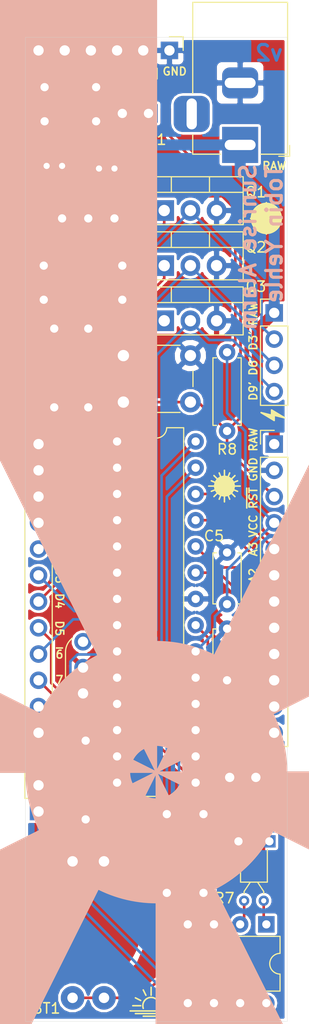
<source format=kicad_pcb>
(kicad_pcb (version 20171130) (host pcbnew 5.0.2-bee76a0~70~ubuntu16.04.1)
  (title_block (title "Sunrise Alarm") (date 2019-06-24) (rev v2) (comment 1 "Arduino Mini and Arduino Pro Mini design by Team Arduino and Spark Fun Electronics") (comment 2 "License: CC BY-NC-SA") (comment 3 "Source: github.com/tyehle/sunrise") (comment 4 "Author: Tobin Yehle"))
  (layers (0 F.Cu signal) (31 B.Cu signal) (34 B.Paste user) (35 F.Paste user) (36 B.SilkS user hide) (37 F.SilkS user) (38 B.Mask user) (39 F.Mask user) (44 Edge.Cuts user))
  (net 0 "")
  (net 1 GND)
  (net 2 "Net-(BT1-Pad1)")
  (net 3 RAW)
  (net 4 VCC)
  (net 5 "Net-(C4-Pad1)")
  (net 6 DTR)
  (net 7 RESET)
  (net 8 "Net-(D1-Pad1)")
  (net 9 "Net-(D2-Pad1)")
  (net 10 SCK)
  (net 11 TXO)
  (net 12 RXI)
  (net 13 D2)
  (net 14 LED_R)
  (net 15 D4)
  (net 16 D5)
  (net 17 LED_G)
  (net 18 D7)
  (net 19 D8)
  (net 20 LED_B)
  (net 21 D10)
  (net 22 MOSI)
  (net 23 MISO)
  (net 24 A0)
  (net 25 A1)
  (net 26 A2)
  (net 27 A3)
  (net 28 SDA)
  (net 29 SCL)
  (net 30 LED_CTL_R)
  (net 31 LED_CTL_G)
  (net 32 LED_CTL_B)
  (net 33 "Net-(U2-Pad1)")
  (net 34 "Net-(U2-Pad2)")
  (net 35 "Net-(U2-Pad7)")
  (net 36 "Net-(U3-Pad9)")
  (net 37 "Net-(U3-Pad10)")
  (module Sunrise:BatteryHolder_CR1220_THT (layer F.Cu) (at 131.826 135.89 270)
    (fp_text reference BT1 (at 7.62 4.064) (layer F.SilkS))
    (fp_text value "CR1220 3.3V")
    (pad 2 smd circle (at 0 0 270) (size 10.16 10.16) (layers F.Cu F.Mask) (net 1 GND))
    (pad 1 thru_hole circle (at 6.604 1.524 270) (size 2.286 2.286) (drill 1.016) (layers *.Cu *.Mask) (net 2 "Net-(BT1-Pad1)"))
    (pad 1 thru_hole circle (at 6.604 -1.524 270) (size 2.286 2.286) (drill 1.016) (layers *.Cu *.Mask) (net 2 "Net-(BT1-Pad1)"))
    (pad 1 thru_hole circle (at -6.604 1.524 270) (size 2.286 2.286) (drill 1.016) (layers *.Cu *.Mask) (net 2 "Net-(BT1-Pad1)"))
    (pad 1 thru_hole circle (at -6.604 -1.524 270) (size 2.286 2.286) (drill 1.016) (layers *.Cu *.Mask) (net 2 "Net-(BT1-Pad1)"))
  )
  (module Crystal:Resonator-3Pin_W6.0mm_H3.0mm (layer F.Cu) (at 131.318 113.03 90)
    (fp_text reference Y2 (at 6.096 1.524 180) (layer F.SilkS))
    (fp_text value 16MHz)
    (pad 1 thru_hole circle (at 0 0 90) (size 1.7 1.7) (drill 1) (layers *.Cu *.Mask) (net 37 "Net-(U3-Pad10)"))
    (pad 2 thru_hole circle (at 2.5 0 90) (size 1.7 1.7) (drill 1) (layers *.Cu *.Mask) (net 1 GND))
    (pad 3 thru_hole circle (at 5 0 90) (size 1.7 1.7) (drill 1) (layers *.Cu *.Mask) (net 36 "Net-(U3-Pad9)"))
  )
  (module Crystal:Crystal_C26-LF_D2.1mm_L6.5mm_Horizontal_1EP_style2 (layer F.Cu) (at 148.844 133.096 180)
    (fp_text reference Y1 (at 3.302 3.556) (layer F.SilkS))
    (fp_text value 32.768Hz)
    (pad 1 thru_hole circle (at 0 0 180) (size 1 1) (drill 0.5) (layers *.Cu *.Mask) (net 33 "Net-(U2-Pad1)"))
    (pad 2 thru_hole circle (at 1.9 0 180) (size 1 1) (drill 0.5) (layers *.Cu *.Mask) (net 34 "Net-(U2-Pad2)"))
    (pad 3 smd rect (at 0.95 5.75 180) (size 2.2 6.5) (layers F.Cu F.Paste F.Mask))
    (pad 3 thru_hole rect (at -0.55 5.75 180) (size 1.2 1.2) (drill 0.8) (layers *.Cu *.Mask))
    (pad 3 thru_hole rect (at 2.45 5.75 180) (size 1.2 1.2) (drill 0.8) (layers *.Cu *.Mask))
  )
  (module Package_DIP:DIP-28_W7.62mm (layer F.Cu) (at 134.62 88.646)
    (fp_text reference U3 (at 0.254 -1.778) (layer F.SilkS))
    (fp_text value ATmega328P-PU)
    (pad 1 thru_hole rect (at 0 0) (size 1.6 1.6) (drill 0.8) (layers *.Cu *.Mask) (net 7 RESET))
    (pad 15 thru_hole oval (at 7.62 33.02) (size 1.6 1.6) (drill 0.8) (layers *.Cu *.Mask) (net 32 LED_CTL_B))
    (pad 2 thru_hole oval (at 0 2.54) (size 1.6 1.6) (drill 0.8) (layers *.Cu *.Mask) (net 12 RXI))
    (pad 16 thru_hole oval (at 7.62 30.48) (size 1.6 1.6) (drill 0.8) (layers *.Cu *.Mask) (net 21 D10))
    (pad 3 thru_hole oval (at 0 5.08) (size 1.6 1.6) (drill 0.8) (layers *.Cu *.Mask) (net 11 TXO))
    (pad 17 thru_hole oval (at 7.62 27.94) (size 1.6 1.6) (drill 0.8) (layers *.Cu *.Mask) (net 22 MOSI))
    (pad 4 thru_hole oval (at 0 7.62) (size 1.6 1.6) (drill 0.8) (layers *.Cu *.Mask) (net 13 D2))
    (pad 18 thru_hole oval (at 7.62 25.4) (size 1.6 1.6) (drill 0.8) (layers *.Cu *.Mask) (net 23 MISO))
    (pad 5 thru_hole oval (at 0 10.16) (size 1.6 1.6) (drill 0.8) (layers *.Cu *.Mask) (net 30 LED_CTL_R))
    (pad 19 thru_hole oval (at 7.62 22.86) (size 1.6 1.6) (drill 0.8) (layers *.Cu *.Mask) (net 10 SCK))
    (pad 6 thru_hole oval (at 0 12.7) (size 1.6 1.6) (drill 0.8) (layers *.Cu *.Mask) (net 15 D4))
    (pad 20 thru_hole oval (at 7.62 20.32) (size 1.6 1.6) (drill 0.8) (layers *.Cu *.Mask) (net 4 VCC))
    (pad 7 thru_hole oval (at 0 15.24) (size 1.6 1.6) (drill 0.8) (layers *.Cu *.Mask) (net 4 VCC))
    (pad 21 thru_hole oval (at 7.62 17.78) (size 1.6 1.6) (drill 0.8) (layers *.Cu *.Mask) (net 5 "Net-(C4-Pad1)"))
    (pad 8 thru_hole oval (at 0 17.78) (size 1.6 1.6) (drill 0.8) (layers *.Cu *.Mask) (net 1 GND))
    (pad 22 thru_hole oval (at 7.62 15.24) (size 1.6 1.6) (drill 0.8) (layers *.Cu *.Mask) (net 1 GND))
    (pad 9 thru_hole oval (at 0 20.32) (size 1.6 1.6) (drill 0.8) (layers *.Cu *.Mask) (net 36 "Net-(U3-Pad9)"))
    (pad 23 thru_hole oval (at 7.62 12.7) (size 1.6 1.6) (drill 0.8) (layers *.Cu *.Mask) (net 24 A0))
    (pad 10 thru_hole oval (at 0 22.86) (size 1.6 1.6) (drill 0.8) (layers *.Cu *.Mask) (net 37 "Net-(U3-Pad10)"))
    (pad 24 thru_hole oval (at 7.62 10.16) (size 1.6 1.6) (drill 0.8) (layers *.Cu *.Mask) (net 25 A1))
    (pad 11 thru_hole oval (at 0 25.4) (size 1.6 1.6) (drill 0.8) (layers *.Cu *.Mask) (net 16 D5))
    (pad 25 thru_hole oval (at 7.62 7.62) (size 1.6 1.6) (drill 0.8) (layers *.Cu *.Mask) (net 26 A2))
    (pad 12 thru_hole oval (at 0 27.94) (size 1.6 1.6) (drill 0.8) (layers *.Cu *.Mask) (net 31 LED_CTL_G))
    (pad 26 thru_hole oval (at 7.62 5.08) (size 1.6 1.6) (drill 0.8) (layers *.Cu *.Mask) (net 27 A3))
    (pad 13 thru_hole oval (at 0 30.48) (size 1.6 1.6) (drill 0.8) (layers *.Cu *.Mask) (net 18 D7))
    (pad 27 thru_hole oval (at 7.62 2.54) (size 1.6 1.6) (drill 0.8) (layers *.Cu *.Mask) (net 28 SDA))
    (pad 14 thru_hole oval (at 0 33.02) (size 1.6 1.6) (drill 0.8) (layers *.Cu *.Mask) (net 19 D8))
    (pad 28 thru_hole oval (at 7.62 0) (size 1.6 1.6) (drill 0.8) (layers *.Cu *.Mask) (net 29 SCL))
  )
  (module Package_DIP:DIP-8_W7.62mm (layer F.Cu) (at 149.098 135.382 270)
    (fp_text reference U2 (at 3.81 9.906 270) (layer F.SilkS))
    (fp_text value DS1307+)
    (pad 1 thru_hole rect (at 0 0 270) (size 1.6 1.6) (drill 0.8) (layers *.Cu *.Mask) (net 33 "Net-(U2-Pad1)"))
    (pad 5 thru_hole oval (at 7.62 7.62 270) (size 1.6 1.6) (drill 0.8) (layers *.Cu *.Mask) (net 28 SDA))
    (pad 2 thru_hole oval (at 0 2.54 270) (size 1.6 1.6) (drill 0.8) (layers *.Cu *.Mask) (net 34 "Net-(U2-Pad2)"))
    (pad 6 thru_hole oval (at 7.62 5.08 270) (size 1.6 1.6) (drill 0.8) (layers *.Cu *.Mask) (net 29 SCL))
    (pad 3 thru_hole oval (at 0 5.08 270) (size 1.6 1.6) (drill 0.8) (layers *.Cu *.Mask) (net 2 "Net-(BT1-Pad1)"))
    (pad 7 thru_hole oval (at 7.62 2.54 270) (size 1.6 1.6) (drill 0.8) (layers *.Cu *.Mask) (net 35 "Net-(U2-Pad7)"))
    (pad 4 thru_hole oval (at 0 7.62 270) (size 1.6 1.6) (drill 0.8) (layers *.Cu *.Mask) (net 1 GND))
    (pad 8 thru_hole oval (at 7.62 0 270) (size 1.6 1.6) (drill 0.8) (layers *.Cu *.Mask) (net 4 VCC))
  )
  (module Package_TO_SOT_THT:TO-92_Inline_Wide (layer F.Cu) (at 129.286 67.056)
    (fp_text reference U1 (at 6.096 1.778) (layer F.SilkS))
    (fp_text value L4931)
    (pad 2 thru_hole circle (at 2.54 0 90) (size 1.5 1.5) (drill 0.8) (layers *.Cu *.Mask) (net 1 GND))
    (pad 3 thru_hole circle (at 5.08 0 90) (size 1.5 1.5) (drill 0.8) (layers *.Cu *.Mask) (net 3 RAW))
    (pad 1 thru_hole rect (at 0 0 90) (size 1.5 1.5) (drill 0.8) (layers *.Cu *.Mask) (net 4 VCC))
  )
  (module Resistor_THT:R_Axial_DIN0207_L6.3mm_D2.5mm_P7.62mm_Horizontal (layer F.Cu) (at 145.288 80.01 270)
    (fp_text reference R8 (at 9.398 0) (layer F.SilkS))
    (fp_text value 10k)
    (pad 1 thru_hole circle (at 0 0 270) (size 1.6 1.6) (drill 0.8) (layers *.Cu *.Mask) (net 4 VCC))
    (pad 2 thru_hole oval (at 7.62 0 270) (size 1.6 1.6) (drill 0.8) (layers *.Cu *.Mask) (net 7 RESET))
  )
  (module Resistor_THT:R_Axial_DIN0207_L6.3mm_D2.5mm_P7.62mm_Horizontal (layer F.Cu) (at 143.002 132.334 90)
    (fp_text reference R7 (at -0.508 2.032 180) (layer F.SilkS))
    (fp_text value 330)
    (pad 2 thru_hole oval (at 7.62 0 90) (size 1.6 1.6) (drill 0.8) (layers *.Cu *.Mask) (net 9 "Net-(D2-Pad1)"))
    (pad 1 thru_hole circle (at 0 0 90) (size 1.6 1.6) (drill 0.8) (layers *.Cu *.Mask) (net 1 GND))
  )
  (module Resistor_THT:R_Axial_DIN0207_L6.3mm_D2.5mm_P7.62mm_Horizontal (layer F.Cu) (at 131.572 125.222 90)
    (fp_text reference R6 (at 1.016 2.54 180) (layer F.SilkS))
    (fp_text value 10k)
    (pad 1 thru_hole circle (at 0 0 90) (size 1.6 1.6) (drill 0.8) (layers *.Cu *.Mask) (net 4 VCC))
    (pad 2 thru_hole oval (at 7.62 0 90) (size 1.6 1.6) (drill 0.8) (layers *.Cu *.Mask) (net 29 SCL))
  )
  (module Resistor_THT:R_Axial_DIN0207_L6.3mm_D2.5mm_P7.62mm_Horizontal (layer F.Cu) (at 139.446 132.334 90)
    (fp_text reference R5 (at 6.604 -2.54 180) (layer F.SilkS))
    (fp_text value 10k)
    (pad 2 thru_hole oval (at 7.62 0 90) (size 1.6 1.6) (drill 0.8) (layers *.Cu *.Mask) (net 28 SDA))
    (pad 1 thru_hole circle (at 0 0 90) (size 1.6 1.6) (drill 0.8) (layers *.Cu *.Mask) (net 4 VCC))
  )
  (module Resistor_THT:R_Axial_DIN0207_L6.3mm_D2.5mm_P7.62mm_Horizontal (layer F.Cu) (at 127.508 71.628)
    (fp_text reference R4 (at 0.254 -2.286) (layer F.SilkS))
    (fp_text value 10k)
    (pad 2 thru_hole oval (at 7.62 0) (size 1.6 1.6) (drill 0.8) (layers *.Cu *.Mask) (net 1 GND))
    (pad 1 thru_hole circle (at 0 0) (size 1.6 1.6) (drill 0.8) (layers *.Cu *.Mask) (net 8 "Net-(D1-Pad1)"))
  )
  (module Resistor_THT:R_Axial_DIN0207_L6.3mm_D2.5mm_P7.62mm_Horizontal (layer F.Cu) (at 131.826 77.724 270)
    (fp_text reference R3 (at 9.398 -0.762) (layer F.SilkS))
    (fp_text value 10k)
    (pad 2 thru_hole oval (at 7.62 0 270) (size 1.6 1.6) (drill 0.8) (layers *.Cu *.Mask) (net 1 GND))
    (pad 1 thru_hole circle (at 0 0 270) (size 1.6 1.6) (drill 0.8) (layers *.Cu *.Mask) (net 32 LED_CTL_B))
  )
  (module Resistor_THT:R_Axial_DIN0207_L6.3mm_D2.5mm_P7.62mm_Horizontal (layer F.Cu) (at 128.524 77.724 270)
    (fp_text reference R2 (at 9.144 -1.524) (layer F.SilkS))
    (fp_text value 10k)
    (pad 2 thru_hole oval (at 7.62 0 270) (size 1.6 1.6) (drill 0.8) (layers *.Cu *.Mask) (net 1 GND))
    (pad 1 thru_hole circle (at 0 0 270) (size 1.6 1.6) (drill 0.8) (layers *.Cu *.Mask) (net 31 LED_CTL_G))
  )
  (module Resistor_THT:R_Axial_DIN0207_L6.3mm_D2.5mm_P7.62mm_Horizontal (layer F.Cu) (at 135.128 74.93 180)
    (fp_text reference R1 (at -0.508 -1.778 180) (layer F.SilkS))
    (fp_text value 10k)
    (pad 1 thru_hole circle (at 0 0 180) (size 1.6 1.6) (drill 0.8) (layers *.Cu *.Mask) (net 30 LED_CTL_R))
    (pad 2 thru_hole oval (at 7.62 0 180) (size 1.6 1.6) (drill 0.8) (layers *.Cu *.Mask) (net 1 GND))
  )
  (module Package_TO_SOT_THT:TO-220-3_Vertical (layer F.Cu) (at 139.192 76.962)
    (fp_text reference Q3 (at 8.89 -3.302) (layer F.SilkS))
    (fp_text value STP16NF06)
    (pad 1 thru_hole rect (at 0 0) (size 1.905 2) (drill 1.1) (layers *.Cu *.Mask) (net 32 LED_CTL_B))
    (pad 2 thru_hole oval (at 2.54 0) (size 1.905 2) (drill 1.1) (layers *.Cu *.Mask) (net 20 LED_B))
    (pad 3 thru_hole oval (at 5.08 0) (size 1.905 2) (drill 1.1) (layers *.Cu *.Mask) (net 1 GND))
  )
  (module Package_TO_SOT_THT:TO-220-3_Vertical (layer F.Cu) (at 139.192 71.628)
    (fp_text reference Q2 (at 8.89 -1.778) (layer F.SilkS))
    (fp_text value STP16NF06)
    (pad 3 thru_hole oval (at 5.08 0) (size 1.905 2) (drill 1.1) (layers *.Cu *.Mask) (net 1 GND))
    (pad 2 thru_hole oval (at 2.54 0) (size 1.905 2) (drill 1.1) (layers *.Cu *.Mask) (net 17 LED_G))
    (pad 1 thru_hole rect (at 0 0) (size 1.905 2) (drill 1.1) (layers *.Cu *.Mask) (net 31 LED_CTL_G))
  )
  (module Package_TO_SOT_THT:TO-220-3_Vertical (layer F.Cu) (at 139.192 66.294)
    (fp_text reference Q1 (at 8.89 -1.778) (layer F.SilkS))
    (fp_text value STP16NF06)
    (pad 1 thru_hole rect (at 0 0) (size 1.905 2) (drill 1.1) (layers *.Cu *.Mask) (net 30 LED_CTL_R))
    (pad 2 thru_hole oval (at 2.54 0) (size 1.905 2) (drill 1.1) (layers *.Cu *.Mask) (net 14 LED_R))
    (pad 3 thru_hole oval (at 5.08 0) (size 1.905 2) (drill 1.1) (layers *.Cu *.Mask) (net 1 GND))
  )
  (module Connector_PinHeader_2.54mm:PinHeader_1x02_P2.54mm_Vertical (layer F.Cu) (at 127 124.46 180)
    (fp_text reference J6 hide)
    (fp_text value Header)
    (pad 1 thru_hole rect (at 0 0 180) (size 1.7 1.7) (drill 1) (layers *.Cu *.Mask) (net 28 SDA))
    (pad 2 thru_hole oval (at 0 2.54 180) (size 1.7 1.7) (drill 1) (layers *.Cu *.Mask) (net 29 SCL))
  )
  (module Connector_PinHeader_2.54mm:PinHeader_1x04_P2.54mm_Vertical (layer F.Cu) (at 149.86 76.2)
    (fp_text reference J5 hide)
    (fp_text value Header)
    (pad 1 thru_hole rect (at 0 0) (size 1.7 1.7) (drill 1) (layers *.Cu *.Mask) (net 3 RAW))
    (pad 2 thru_hole oval (at 0 2.54) (size 1.7 1.7) (drill 1) (layers *.Cu *.Mask) (net 14 LED_R))
    (pad 3 thru_hole oval (at 0 5.08) (size 1.7 1.7) (drill 1) (layers *.Cu *.Mask) (net 17 LED_G))
    (pad 4 thru_hole oval (at 0 7.62) (size 1.7 1.7) (drill 1) (layers *.Cu *.Mask) (net 20 LED_B))
  )
  (module Connector_PinHeader_2.54mm:PinHeader_1x12_P2.54mm_Vertical (layer F.Cu) (at 149.86 88.9)
    (fp_text reference J4 hide)
    (fp_text value Header)
    (pad 12 thru_hole oval (at 0 27.94) (size 1.7 1.7) (drill 1) (layers *.Cu *.Mask) (net 21 D10))
    (pad 11 thru_hole oval (at 0 25.4) (size 1.7 1.7) (drill 1) (layers *.Cu *.Mask) (net 22 MOSI))
    (pad 10 thru_hole oval (at 0 22.86) (size 1.7 1.7) (drill 1) (layers *.Cu *.Mask) (net 23 MISO))
    (pad 9 thru_hole oval (at 0 20.32) (size 1.7 1.7) (drill 1) (layers *.Cu *.Mask) (net 10 SCK))
    (pad 8 thru_hole oval (at 0 17.78) (size 1.7 1.7) (drill 1) (layers *.Cu *.Mask) (net 24 A0))
    (pad 7 thru_hole oval (at 0 15.24) (size 1.7 1.7) (drill 1) (layers *.Cu *.Mask) (net 25 A1))
    (pad 6 thru_hole oval (at 0 12.7) (size 1.7 1.7) (drill 1) (layers *.Cu *.Mask) (net 26 A2))
    (pad 5 thru_hole oval (at 0 10.16) (size 1.7 1.7) (drill 1) (layers *.Cu *.Mask) (net 27 A3))
    (pad 4 thru_hole oval (at 0 7.62) (size 1.7 1.7) (drill 1) (layers *.Cu *.Mask) (net 4 VCC))
    (pad 3 thru_hole oval (at 0 5.08) (size 1.7 1.7) (drill 1) (layers *.Cu *.Mask) (net 7 RESET))
    (pad 2 thru_hole oval (at 0 2.54) (size 1.7 1.7) (drill 1) (layers *.Cu *.Mask) (net 1 GND))
    (pad 1 thru_hole rect (at 0 0) (size 1.7 1.7) (drill 1) (layers *.Cu *.Mask) (net 3 RAW))
  )
  (module Connector_PinHeader_2.54mm:PinHeader_1x06_P2.54mm_Vertical (layer F.Cu) (at 139.7 50.8 270)
    (fp_text reference J3 hide)
    (fp_text value "FTDI Basic")
    (pad 1 thru_hole rect (at 0 0 270) (size 1.7 1.7) (drill 1) (layers *.Cu *.Mask) (net 1 GND))
    (pad 2 thru_hole oval (at 0 2.54 270) (size 1.7 1.7) (drill 1) (layers *.Cu *.Mask) (net 1 GND))
    (pad 3 thru_hole oval (at 0 5.08 270) (size 1.7 1.7) (drill 1) (layers *.Cu *.Mask) (net 4 VCC))
    (pad 4 thru_hole oval (at 0 7.62 270) (size 1.7 1.7) (drill 1) (layers *.Cu *.Mask) (net 12 RXI))
    (pad 5 thru_hole oval (at 0 10.16 270) (size 1.7 1.7) (drill 1) (layers *.Cu *.Mask) (net 11 TXO))
    (pad 6 thru_hole oval (at 0 12.7 270) (size 1.7 1.7) (drill 1) (layers *.Cu *.Mask) (net 6 DTR))
  )
  (module Connector_PinHeader_2.54mm:PinHeader_1x12_P2.54mm_Vertical (layer F.Cu) (at 127 88.9)
    (fp_text reference J2 hide)
    (fp_text value Header)
    (pad 1 thru_hole rect (at 0 0) (size 1.7 1.7) (drill 1) (layers *.Cu *.Mask) (net 11 TXO))
    (pad 2 thru_hole oval (at 0 2.54) (size 1.7 1.7) (drill 1) (layers *.Cu *.Mask) (net 12 RXI))
    (pad 3 thru_hole oval (at 0 5.08) (size 1.7 1.7) (drill 1) (layers *.Cu *.Mask) (net 7 RESET))
    (pad 4 thru_hole oval (at 0 7.62) (size 1.7 1.7) (drill 1) (layers *.Cu *.Mask) (net 1 GND))
    (pad 5 thru_hole oval (at 0 10.16) (size 1.7 1.7) (drill 1) (layers *.Cu *.Mask) (net 13 D2))
    (pad 6 thru_hole oval (at 0 12.7) (size 1.7 1.7) (drill 1) (layers *.Cu *.Mask) (net 14 LED_R))
    (pad 7 thru_hole oval (at 0 15.24) (size 1.7 1.7) (drill 1) (layers *.Cu *.Mask) (net 15 D4))
    (pad 8 thru_hole oval (at 0 17.78) (size 1.7 1.7) (drill 1) (layers *.Cu *.Mask) (net 16 D5))
    (pad 9 thru_hole oval (at 0 20.32) (size 1.7 1.7) (drill 1) (layers *.Cu *.Mask) (net 17 LED_G))
    (pad 10 thru_hole oval (at 0 22.86) (size 1.7 1.7) (drill 1) (layers *.Cu *.Mask) (net 18 D7))
    (pad 11 thru_hole oval (at 0 25.4) (size 1.7 1.7) (drill 1) (layers *.Cu *.Mask) (net 19 D8))
    (pad 12 thru_hole oval (at 0 27.94) (size 1.7 1.7) (drill 1) (layers *.Cu *.Mask) (net 20 LED_B))
  )
  (module Connector_BarrelJack:BarrelJack_Horizontal (layer F.Cu) (at 146.558 59.944 270)
    (fp_text reference J1 hide)
    (fp_text value "2.1mm Jack")
    (pad 1 thru_hole rect (at 0 0 270) (size 3.5 3.5) (drill oval 1 3) (layers *.Cu *.Mask) (net 3 RAW))
    (pad 2 thru_hole roundrect (at -6 0 270) (size 3 3.5) (drill oval 1 3) (layers *.Cu *.Mask) (net 1 GND))
    (pad 3 thru_hole roundrect (at -3 4.7 270) (size 3.5 3.5) (drill oval 3 1) (layers *.Cu *.Mask))
  )
  (module LED_THT:LED_D3.0mm (layer F.Cu) (at 148.082 121.158 180)
    (fp_text reference D2 (at 3.048 2.54 180) (layer F.SilkS))
    (fp_text value LED)
    (pad 1 thru_hole rect (at 0 0 180) (size 1.8 1.8) (drill 0.9) (layers *.Cu *.Mask) (net 9 "Net-(D2-Pad1)"))
    (pad 2 thru_hole circle (at 2.54 0 180) (size 1.8 1.8) (drill 0.9) (layers *.Cu *.Mask) (net 10 SCK))
  )
  (module LED_THT:LED_D3.0mm (layer F.Cu) (at 137.668 56.896 180)
    (fp_text reference D1 (at -0.762 -2.54 180) (layer F.SilkS))
    (fp_text value LED)
    (pad 2 thru_hole circle (at 2.54 0 180) (size 1.8 1.8) (drill 0.9) (layers *.Cu *.Mask) (net 4 VCC))
    (pad 1 thru_hole rect (at 0 0 180) (size 1.8 1.8) (drill 0.9) (layers *.Cu *.Mask) (net 8 "Net-(D1-Pad1)"))
  )
  (module Capacitor_THT:C_Disc_D4.7mm_W2.5mm_P5.00mm (layer F.Cu) (at 132.588 54.356 180)
    (fp_text reference C6 (at -2.032 0 180) (layer F.SilkS))
    (fp_text value 0.1uF)
    (pad 2 thru_hole circle (at 5 0 180) (size 1.6 1.6) (drill 0.8) (layers *.Cu *.Mask) (net 6 DTR))
    (pad 1 thru_hole circle (at 0 0 180) (size 1.6 1.6) (drill 0.8) (layers *.Cu *.Mask) (net 7 RESET))
  )
  (module Capacitor_THT:C_Disc_D4.7mm_W2.5mm_P5.00mm (layer F.Cu) (at 145.288 104.394 90)
    (fp_text reference C5 (at 6.604 -1.27 180) (layer F.SilkS))
    (fp_text value 0.1uF)
    (pad 1 thru_hole circle (at 0 0 90) (size 1.6 1.6) (drill 0.8) (layers *.Cu *.Mask) (net 4 VCC))
    (pad 2 thru_hole circle (at 5 0 90) (size 1.6 1.6) (drill 0.8) (layers *.Cu *.Mask) (net 1 GND))
  )
  (module Capacitor_THT:C_Disc_D4.7mm_W2.5mm_P5.00mm (layer F.Cu) (at 145.288 111.76 90)
    (fp_text reference C4 (at -1.524 -1.27 180) (layer F.SilkS))
    (fp_text value 0.1uF)
    (pad 1 thru_hole circle (at 0 0 90) (size 1.6 1.6) (drill 0.8) (layers *.Cu *.Mask) (net 5 "Net-(C4-Pad1)"))
    (pad 2 thru_hole circle (at 5 0 90) (size 1.6 1.6) (drill 0.8) (layers *.Cu *.Mask) (net 1 GND))
  )
  (module Capacitor_THT:C_Disc_D4.7mm_W2.5mm_P5.00mm (layer F.Cu) (at 132.588 57.658 180)
    (fp_text reference C3 (at -1.27 -1.524 180) (layer F.SilkS))
    (fp_text value 0.1uF)
    (pad 2 thru_hole circle (at 5 0 180) (size 1.6 1.6) (drill 0.8) (layers *.Cu *.Mask) (net 1 GND))
    (pad 1 thru_hole circle (at 0 0 180) (size 1.6 1.6) (drill 0.8) (layers *.Cu *.Mask) (net 4 VCC))
  )
  (module Capacitor_THT:CP_Radial_D4.0mm_P1.50mm (layer F.Cu) (at 129.286 61.976 180)
    (fp_text reference C2 (at 2.286 -2.794 180) (layer F.SilkS))
    (fp_text value 10uF)
    (pad 2 thru_hole circle (at 1.5 0 180) (size 1.2 1.2) (drill 0.6) (layers *.Cu *.Mask) (net 1 GND))
    (pad 1 thru_hole rect (at 0 0 180) (size 1.2 1.2) (drill 0.6) (layers *.Cu *.Mask) (net 4 VCC))
  )
  (module Capacitor_THT:CP_Radial_D4.0mm_P1.50mm (layer F.Cu) (at 134.366 62.23 180)
    (fp_text reference C1 (at -2.286 1.016 180) (layer F.SilkS))
    (fp_text value 10uF)
    (pad 1 thru_hole rect (at 0 0 180) (size 1.2 1.2) (drill 0.6) (layers *.Cu *.Mask) (net 3 RAW))
    (pad 2 thru_hole circle (at 1.5 0 180) (size 1.2 1.2) (drill 0.6) (layers *.Cu *.Mask) (net 1 GND))
  )
  (module Button_Switch_THT:SW_PUSH_6mm (layer F.Cu) (at 135.232 80.336)
    (fp_text reference SW1 (at -0.104 -1.85) (layer F.SilkS))
    (fp_text value Reset)
    (pad 2 thru_hole circle (at 0 4.5 90) (size 2 2) (drill 1.1) (layers *.Cu *.Mask) (net 7 RESET))
    (pad 1 thru_hole circle (at 0 0 90) (size 2 2) (drill 1.1) (layers *.Cu *.Mask) (net 1 GND))
    (pad 2 thru_hole circle (at 6.5 4.5 90) (size 2 2) (drill 1.1) (layers *.Cu *.Mask) (net 7 RESET))
    (pad 1 thru_hole circle (at 6.5 0 90) (size 2 2) (drill 1.1) (layers *.Cu *.Mask) (net 1 GND))
  )
  (gr_line (start 136.906 143.256) (end 136.144 143.256) (layer F.SilkS) (width 0.1524))
  (gr_line (start 138.938 143.256) (end 139.7 143.256) (layer F.SilkS) (width 0.1524))
  (gr_arc (start 137.922 143.256) (end 138.683999 143.509999) (angle -216.8698976) (layer F.SilkS) (width 0.1524))
  (gr_line (start 136.398 144.018) (end 139.446 144.018) (layer F.SilkS) (width 0.1524))
  (gr_line (start 139.954 143.764) (end 135.89 143.764) (layer F.SilkS) (width 0.1524))
  (gr_line (start 137.922 142.24) (end 137.922 141.478) (layer F.SilkS) (width 0.1524))
  (gr_line (start 138.938 142.748) (end 139.446 142.494) (layer F.SilkS) (width 0.1524))
  (gr_line (start 138.43 142.24) (end 138.684 141.732) (layer F.SilkS) (width 0.1524))
  (gr_line (start 136.906 142.748) (end 136.398 142.494) (layer F.SilkS) (width 0.1524))
  (gr_line (start 137.414 142.24) (end 137.16 141.732) (layer F.SilkS) (width 0.1524))
  (gr_line (start 137.16 144.272) (end 138.684 144.272) (layer F.SilkS) (width 0.1524))
  (gr_poly (pts (xy 150.114 68.072) (xy 148.844 67.31) (xy 149.352 66.802)) (layer F.SilkS) (width 0.15))
  (gr_poly (pts (xy 148.082 68.072) (xy 148.844 66.802) (xy 149.352 67.31)) (layer F.SilkS) (width 0.15))
  (gr_poly (pts (xy 148.082 66.04) (xy 149.352 66.802) (xy 148.844 67.31)) (layer F.SilkS) (width 0.15))
  (gr_poly (pts (xy 150.114 66.04) (xy 149.352 67.31) (xy 148.844 66.802)) (layer F.SilkS) (width 0.15))
  (gr_poly (pts (xy 150.622 67.056) (xy 149.098 67.31) (xy 149.098 66.802)) (layer F.SilkS) (width 0.15))
  (gr_poly (pts (xy 149.098 68.58) (xy 148.844 67.056) (xy 149.352 67.056)) (layer F.SilkS) (width 0.15))
  (gr_poly (pts (xy 147.574 67.056) (xy 149.098 66.802) (xy 149.098 67.31)) (layer F.SilkS) (width 0.15))
  (gr_poly (pts (xy 149.098 65.532) (xy 149.352 67.056) (xy 148.844 67.056)) (layer F.SilkS) (width 0.15))
  (gr_poly (pts (xy 149.098 65.532) (xy 149.352 67.056) (xy 148.844 67.056)) (layer F.SilkS) (width 0.15))
  (gr_circle (center 149.098 67.056) (end 149.352 67.056) (layer F.SilkS) (width 1.27))
  (gr_line (start 146.304 93.472) (end 143.764 92.456) (layer F.SilkS) (width 0.1524))
  (gr_line (start 143.764 93.472) (end 146.304 92.456) (layer F.SilkS) (width 0.1524))
  (gr_line (start 145.542 91.694) (end 144.526 94.234) (layer F.SilkS) (width 0.1524))
  (gr_line (start 145.542 94.234) (end 144.526 91.694) (layer F.SilkS) (width 0.1524))
  (gr_line (start 144.018 91.948) (end 146.05 93.98) (layer F.SilkS) (width 0.1524))
  (gr_line (start 144.018 93.98) (end 146.05 91.948) (layer F.SilkS) (width 0.1524))
  (gr_line (start 145.034 91.44) (end 145.034 94.488) (layer F.SilkS) (width 0.1524))
  (gr_line (start 146.558 92.964) (end 143.51 92.964) (layer F.SilkS) (width 0.1524))
  (gr_circle (center 145.034 92.964) (end 145.288 92.964) (layer F.SilkS) (width 0.762))
  (gr_line (start 131.572 98.298) (end 131.572 98.806) (layer F.SilkS) (width 0.1524))
  (gr_line (start 132.08 98.806) (end 132.08 98.298) (layer F.SilkS) (width 0.1524))
  (gr_line (start 131.826 98.298) (end 131.826 99.06) (layer F.SilkS) (width 0.1524))
  (gr_line (start 131.064 97.79) (end 130.556 97.79) (layer F.SilkS) (width 0.1524))
  (gr_line (start 131.064 97.282) (end 130.556 97.282) (layer F.SilkS) (width 0.1524))
  (gr_line (start 131.064 97.536) (end 130.302 97.536) (layer F.SilkS) (width 0.1524))
  (gr_line (start 131.572 96.774) (end 131.572 96.266) (layer F.SilkS) (width 0.1524))
  (gr_line (start 132.08 96.774) (end 132.08 96.266) (layer F.SilkS) (width 0.1524))
  (gr_line (start 131.826 96.774) (end 131.826 96.012) (layer F.SilkS) (width 0.1524))
  (gr_circle (center 131.826 97.536) (end 132.334 97.536) (layer F.SilkS) (width 0.1524))
  (gr_line (start 132.588 97.79) (end 133.096 97.79) (layer F.SilkS) (width 0.1524))
  (gr_line (start 132.588 97.282) (end 133.096 97.282) (layer F.SilkS) (width 0.1524))
  (gr_line (start 132.588 97.536) (end 133.35 97.536) (layer F.SilkS) (width 0.1524))
  (gr_text RAW (at 149.86 61.976) (layer F.SilkS) (effects (font (size 0.762 0.762) (thickness 0.1524))))
  (gr_text A5 (at 127.762 119.634 270) (layer F.SilkS) (effects (font (size 0.762 0.762) (thickness 0.1524))))
  (gr_text A4 (at 127.762 126.746 270) (layer F.SilkS) (effects (font (size 0.762 0.762) (thickness 0.1524))))
  (gr_text "D9' D6'" (at 147.828 82.55 90) (layer F.SilkS) (effects (font (size 0.762 0.762) (thickness 0.1524))))
  (gr_text "~6~\n\n7" (at 129.032 110.49) (layer F.SilkS) (effects (font (size 0.762 0.762) (thickness 0.1524))))
  (gr_text v2 (at 149.352 51.054) (layer B.Cu) (effects (font (size 1.524 1.524) (thickness 0.3048)) (justify mirror)))
  (gr_text "Tobin Yehle" (at 149.86 68.58 90) (layer B.SilkS) (effects (font (size 1.524 1.524) (thickness 0.3048)) (justify mirror)))
  (gr_text "Sunrise Alarm" (at 147.32 69.85 90) (layer B.SilkS) (effects (font (size 1.524 1.524) (thickness 0.3048)) (justify mirror)))
  (gr_poly (pts (xy 138.43 120.65) (xy 138.43 222.25) (xy 189.23 222.25)) (layer B.SilkS) (width 0.15))
  (gr_poly (pts (xy 138.43 120.65) (xy 138.43 19.05) (xy 87.63 19.05)) (layer B.SilkS) (width 0.15))
  (gr_poly (pts (xy 138.43 120.65) (xy 163.83 69.85) (xy 189.23 95.25)) (layer B.SilkS) (width 0.15))
  (gr_poly (pts (xy 138.43 120.65) (xy 87.63 120.65) (xy 87.63 95.25)) (layer B.SilkS) (width 0.15))
  (gr_poly (pts (xy 138.43 120.65) (xy 113.03 171.45) (xy 87.63 146.05)) (layer B.SilkS) (width 0.15))
  (gr_poly (pts (xy 138.43 120.65) (xy 189.23 146.05) (xy 189.23 120.65)) (layer B.SilkS) (width 0.15))
  (gr_circle (center 138.43 120.65) (end 140.97 120.65) (layer B.SilkS) (width 10.16))
  (gr_poly (pts (xy 148.59 85.852) (xy 149.86 86.614) (xy 149.86 86.106) (xy 150.876 86.36) (xy 149.606 85.598) (xy 149.606 86.106)) (layer F.SilkS) (width 0.15))
  (gr_text "D3' RAW" (at 147.828 77.47 90) (layer F.SilkS) (effects (font (size 0.762 0.762) (thickness 0.1524))))
  (gr_text SCK/D13 (at 149.86 121.158 90) (layer F.SilkS) (effects (font (size 0.762 0.762) (thickness 0.1524))))
  (gr_poly (pts (xy 130.048 100.838) (xy 130.048 100.584) (xy 130.556 100.838) (xy 129.794 100.33) (xy 129.794 100.584) (xy 129.286 100.33)) (layer F.SilkS) (width 0.15))
  (gr_poly (pts (xy 132.334 103.886) (xy 132.334 103.632) (xy 132.842 103.886) (xy 132.08 103.378) (xy 132.08 103.632) (xy 131.572 103.378)) (layer F.SilkS) (width 0.15))
  (gr_poly (pts (xy 130.048 116.078) (xy 130.048 115.824) (xy 130.556 116.078) (xy 129.794 115.57) (xy 129.794 115.824) (xy 129.286 115.57)) (layer F.SilkS) (width 0.15))
  (gr_text "D8  ~D9~" (at 129.032 115.57 270) (layer F.SilkS) (effects (font (size 0.762 0.762) (thickness 0.1524))))
  (gr_text "D4  D5" (at 129.032 105.41 270) (layer F.SilkS) (effects (font (size 0.762 0.762) (thickness 0.1524))))
  (gr_text "D2  ~D3~" (at 129.032 100.33 270) (layer F.SilkS) (effects (font (size 0.762 0.762) (thickness 0.1524))))
  (gr_text "~RST~ GND" (at 129.032 95.25 270) (layer F.SilkS) (effects (font (size 0.762 0.762) (thickness 0.1524))))
  (gr_text "TXO RXI" (at 129.032 90.17 270) (layer F.SilkS) (effects (font (size 0.762 0.762) (thickness 0.1524))))
  (gr_text "     MISO\nMOSI" (at 145.288 115.316 45) (layer F.SilkS) (effects (font (size 0.762 0.762) (thickness 0.1524))))
  (gr_text "A2  A3" (at 147.828 100.33 90) (layer F.SilkS) (effects (font (size 0.762 0.762) (thickness 0.1524))))
  (gr_text "A0  A1" (at 147.828 105.41 90) (layer F.SilkS) (effects (font (size 0.762 0.762) (thickness 0.1524))))
  (gr_text "D12 SCK" (at 147.828 110.49 90) (layer F.SilkS) (effects (font (size 0.762 0.762) (thickness 0.1524))))
  (gr_text "VCC ~RST~" (at 147.828 95.504 90) (layer F.SilkS) (effects (font (size 0.762 0.762) (thickness 0.1524))))
  (gr_text "GND RAW" (at 147.828 89.916 90) (layer F.SilkS) (effects (font (size 0.762 0.762) (thickness 0.1524))))
  (gr_text "SS D11" (at 147.828 115.57 90) (layer F.SilkS) (effects (font (size 0.762 0.762) (thickness 0.1524))))
  (gr_text FTDI (at 137.16 53.086) (layer F.SilkS) (effects (font (size 1.016 1.016) (thickness 0.1524))))
  (gr_text GND (at 140.208 52.832) (layer F.SilkS) (effects (font (size 0.762 0.762) (thickness 0.1524))))
  (gr_text ~D6~ (at 131.318 104.648 270) (layer F.SilkS) (effects (font (size 0.762 0.762) (thickness 0.1524))))
  (gr_text "SCL SDA" (at 129.032 123.19 270) (layer F.SilkS) (effects (font (size 0.762 0.762) (thickness 0.1524))))
  (gr_line (start 151.13 144.78) (end 125.73 144.78) (layer Edge.Cuts) (width 0.0254))
  (gr_line (start 125.73 49.53) (end 151.13 49.53) (layer Edge.Cuts) (width 0.0254))
  (gr_line (start 125.73 49.53) (end 125.73 144.78) (layer Edge.Cuts) (width 0.0254))
  (gr_line (start 151.13 49.53) (end 151.13 144.78) (layer Edge.Cuts) (width 0.0254))
  (segment (start 131.918446 142.494) (end 133.35 142.494) (width 0.254) (layer F.Cu) (net 2))
  (segment (start 130.302 142.494) (end 131.918446 142.494) (width 0.254) (layer F.Cu) (net 2))
  (segment (start 130.302 129.286) (end 133.35 129.286) (width 0.254) (layer F.Cu) (net 2))
  (segment (start 136.906 142.494) (end 133.35 142.494) (width 0.254) (layer F.Cu) (net 2))
  (segment (start 133.35 129.286) (end 141.732 137.668) (width 0.254) (layer F.Cu) (net 2))
  (segment (start 141.732 137.668) (end 136.906 142.494) (width 0.254) (layer F.Cu) (net 2))
  (segment (start 144.018 135.382) (end 141.732 137.668) (width 0.254) (layer F.Cu) (net 2))
  (segment (start 149.86 86.9832) (end 149.86 88.9) (width 1.0668) (layer F.Cu) (net 3))
  (segment (start 148.222599 85.345799) (end 149.86 86.9832) (width 1.0668) (layer F.Cu) (net 3))
  (segment (start 148.222599 77.837401) (end 148.222599 85.345799) (width 1.0668) (layer F.Cu) (net 3))
  (segment (start 149.86 76.2) (end 148.222599 77.837401) (width 1.0668) (layer F.Cu) (net 3))
  (segment (start 134.366 62.23) (end 134.366 67.056) (width 1.0668) (layer B.Cu) (net 3))
  (segment (start 143.7412 59.944) (end 146.558 59.944) (width 1.0668) (layer B.Cu) (net 3))
  (segment (start 135.636 59.944) (end 143.7412 59.944) (width 1.0668) (layer B.Cu) (net 3))
  (segment (start 134.366 61.214) (end 135.636 59.944) (width 1.0668) (layer B.Cu) (net 3))
  (segment (start 134.366 62.23) (end 134.366 61.214) (width 1.0668) (layer B.Cu) (net 3))
  (segment (start 149.86 66.0628) (end 149.86 74.2832) (width 1.0668) (layer B.Cu) (net 3))
  (segment (start 149.86 74.2832) (end 149.86 76.2) (width 1.0668) (layer B.Cu) (net 3))
  (segment (start 146.558 62.7608) (end 149.86 66.0628) (width 1.0668) (layer B.Cu) (net 3))
  (segment (start 146.558 59.944) (end 146.558 62.7608) (width 1.0668) (layer B.Cu) (net 3))
  (segment (start 129.286 70.835882) (end 129.286 67.056) (width 0.254) (layer B.Cu) (net 4))
  (segment (start 133.007001 74.556883) (end 129.286 70.835882) (width 0.254) (layer B.Cu) (net 4))
  (segment (start 133.007001 102.273001) (end 133.007001 74.556883) (width 0.254) (layer B.Cu) (net 4))
  (segment (start 134.62 103.886) (end 133.007001 102.273001) (width 0.254) (layer B.Cu) (net 4))
  (segment (start 148.298001 142.202001) (end 149.098 143.002) (width 0.254) (layer F.Cu) (net 4))
  (segment (start 145.376999 134.993117) (end 145.376999 139.280999) (width 0.254) (layer F.Cu) (net 4))
  (segment (start 144.584881 134.200999) (end 145.376999 134.993117) (width 0.254) (layer F.Cu) (net 4))
  (segment (start 145.376999 139.280999) (end 148.298001 142.202001) (width 0.254) (layer F.Cu) (net 4))
  (segment (start 141.312999 134.200999) (end 144.584881 134.200999) (width 0.254) (layer F.Cu) (net 4))
  (segment (start 139.446 132.334) (end 141.312999 134.200999) (width 0.254) (layer F.Cu) (net 4))
  (segment (start 140.627001 110.578999) (end 141.440001 109.765999) (width 0.254) (layer B.Cu) (net 4))
  (segment (start 141.440001 109.765999) (end 142.24 108.966) (width 0.254) (layer B.Cu) (net 4))
  (segment (start 140.627001 131.152999) (end 140.627001 110.578999) (width 0.254) (layer B.Cu) (net 4))
  (segment (start 139.446 132.334) (end 140.627001 131.152999) (width 0.254) (layer B.Cu) (net 4))
  (segment (start 132.588 70.358) (end 133.604 70.358) (width 0.254) (layer F.Cu) (net 4))
  (segment (start 129.286 67.056) (end 132.588 70.358) (width 0.254) (layer F.Cu) (net 4))
  (segment (start 133.604 70.358) (end 136.144 67.818) (width 0.254) (layer F.Cu) (net 4))
  (segment (start 146.087999 79.210001) (end 145.288 80.01) (width 0.254) (layer F.Cu) (net 4))
  (segment (start 146.087999 66.176632) (end 146.087999 79.210001) (width 0.254) (layer F.Cu) (net 4))
  (segment (start 144.824357 64.91299) (end 146.087999 66.176632) (width 0.254) (layer F.Cu) (net 4))
  (segment (start 137.934708 64.91299) (end 144.824357 64.91299) (width 0.254) (layer F.Cu) (net 4))
  (segment (start 136.144 66.703698) (end 137.934708 64.91299) (width 0.254) (layer F.Cu) (net 4))
  (segment (start 136.144 67.818) (end 136.144 66.703698) (width 0.254) (layer F.Cu) (net 4))
  (segment (start 145.288 85.882118) (end 147.066 87.660118) (width 0.254) (layer B.Cu) (net 4))
  (segment (start 145.288 80.01) (end 145.288 85.882118) (width 0.254) (layer B.Cu) (net 4))
  (segment (start 147.066 93.726) (end 149.86 96.52) (width 0.254) (layer B.Cu) (net 4))
  (segment (start 147.066 87.660118) (end 147.066 93.726) (width 0.254) (layer B.Cu) (net 4))
  (segment (start 135.128 51.308) (end 134.62 50.8) (width 0.254) (layer B.Cu) (net 4))
  (segment (start 135.128 56.896) (end 135.128 51.308) (width 0.254) (layer B.Cu) (net 4))
  (segment (start 133.35 56.896) (end 132.588 57.658) (width 0.254) (layer B.Cu) (net 4))
  (segment (start 135.128 56.896) (end 133.35 56.896) (width 0.254) (layer B.Cu) (net 4))
  (segment (start 133.858 125.222) (end 139.446 130.81) (width 0.254) (layer F.Cu) (net 4))
  (segment (start 139.446 130.81) (end 139.446 132.334) (width 0.254) (layer F.Cu) (net 4))
  (segment (start 131.572 125.222) (end 133.858 125.222) (width 0.254) (layer F.Cu) (net 4))
  (segment (start 144.488001 105.193999) (end 145.288 104.394) (width 0.254) (layer B.Cu) (net 4))
  (segment (start 144.106999 105.575001) (end 144.488001 105.193999) (width 0.254) (layer B.Cu) (net 4))
  (segment (start 144.106999 107.099001) (end 144.106999 105.575001) (width 0.254) (layer B.Cu) (net 4))
  (segment (start 142.24 108.966) (end 144.106999 107.099001) (width 0.254) (layer B.Cu) (net 4))
  (segment (start 145.288 101.092) (end 145.288 104.394) (width 0.254) (layer B.Cu) (net 4))
  (segment (start 149.86 96.52) (end 145.288 101.092) (width 0.254) (layer B.Cu) (net 4))
  (segment (start 129.286 67.056) (end 129.286 61.976) (width 0.254) (layer F.Cu) (net 4))
  (segment (start 129.286 60.96) (end 129.286 61.976) (width 0.254) (layer B.Cu) (net 4))
  (segment (start 132.588 57.658) (end 129.286 60.96) (width 0.254) (layer B.Cu) (net 4))
  (segment (start 143.039999 107.225999) (end 142.24 106.426) (width 0.254) (layer F.Cu) (net 5))
  (segment (start 143.421001 107.607001) (end 143.039999 107.225999) (width 0.254) (layer F.Cu) (net 5))
  (segment (start 145.288 110.62863) (end 143.421001 108.761631) (width 0.254) (layer F.Cu) (net 5))
  (segment (start 143.421001 108.761631) (end 143.421001 107.607001) (width 0.254) (layer F.Cu) (net 5))
  (segment (start 145.288 111.76) (end 145.288 110.62863) (width 0.254) (layer F.Cu) (net 5))
  (segment (start 127 53.768) (end 127.588 54.356) (width 0.254) (layer F.Cu) (net 6))
  (segment (start 127 50.8) (end 127 53.768) (width 0.254) (layer F.Cu) (net 6))
  (segment (start 136.646213 84.836) (end 141.732 84.836) (width 0.254) (layer F.Cu) (net 7))
  (segment (start 135.232 84.836) (end 136.646213 84.836) (width 0.254) (layer F.Cu) (net 7))
  (segment (start 142.494 84.836) (end 141.732 84.836) (width 0.254) (layer F.Cu) (net 7))
  (segment (start 145.288 87.63) (end 142.494 84.836) (width 0.254) (layer F.Cu) (net 7))
  (segment (start 145.288 89.408) (end 149.86 93.98) (width 0.254) (layer F.Cu) (net 7))
  (segment (start 145.288 87.63) (end 145.288 89.408) (width 0.254) (layer F.Cu) (net 7))
  (segment (start 135.186881 94.907001) (end 136.30901 93.784872) (width 0.254) (layer F.Cu) (net 7))
  (segment (start 136.30901 89.28101) (end 135.674 88.646) (width 0.254) (layer F.Cu) (net 7))
  (segment (start 130.642999 94.907001) (end 135.186881 94.907001) (width 0.254) (layer F.Cu) (net 7))
  (segment (start 136.30901 93.784872) (end 136.30901 89.28101) (width 0.254) (layer F.Cu) (net 7))
  (segment (start 128.865999 93.130001) (end 130.642999 94.907001) (width 0.254) (layer F.Cu) (net 7))
  (segment (start 127.849999 93.130001) (end 128.865999 93.130001) (width 0.254) (layer F.Cu) (net 7))
  (segment (start 135.674 88.646) (end 134.62 88.646) (width 0.254) (layer F.Cu) (net 7))
  (segment (start 127 93.98) (end 127.849999 93.130001) (width 0.254) (layer F.Cu) (net 7))
  (segment (start 134.62 85.448) (end 135.232 84.836) (width 0.254) (layer B.Cu) (net 7))
  (segment (start 134.62 88.646) (end 134.62 85.448) (width 0.254) (layer B.Cu) (net 7))
  (segment (start 146.087999 86.830001) (end 145.288 87.63) (width 0.254) (layer F.Cu) (net 7))
  (segment (start 139.72699 56.469188) (end 139.72699 59.097189) (width 0.254) (layer F.Cu) (net 7))
  (segment (start 146.596009 65.966208) (end 146.596009 86.321991) (width 0.254) (layer F.Cu) (net 7))
  (segment (start 139.72699 59.097189) (end 146.596009 65.966208) (width 0.254) (layer F.Cu) (net 7))
  (segment (start 137.613802 54.356) (end 139.72699 56.469188) (width 0.254) (layer F.Cu) (net 7))
  (segment (start 146.596009 86.321991) (end 146.087999 86.830001) (width 0.254) (layer F.Cu) (net 7))
  (segment (start 132.588 54.356) (end 137.613802 54.356) (width 0.254) (layer F.Cu) (net 7))
  (segment (start 137.668 58.05) (end 136.79 58.928) (width 0.254) (layer B.Cu) (net 8))
  (segment (start 137.668 56.896) (end 137.668 58.05) (width 0.254) (layer B.Cu) (net 8))
  (segment (start 127.508 70.49663) (end 127.508 71.628) (width 0.254) (layer B.Cu) (net 8))
  (segment (start 127.508 66.136118) (end 127.508 70.49663) (width 0.254) (layer B.Cu) (net 8))
  (segment (start 134.716118 58.928) (end 127.508 66.136118) (width 0.254) (layer B.Cu) (net 8))
  (segment (start 136.79 58.928) (end 134.716118 58.928) (width 0.254) (layer B.Cu) (net 8))
  (segment (start 144.526 124.714) (end 143.002 124.714) (width 0.254) (layer F.Cu) (net 9))
  (segment (start 148.082 121.158) (end 144.526 124.714) (width 0.254) (layer F.Cu) (net 9))
  (segment (start 143.675001 112.941001) (end 143.039999 112.305999) (width 0.254) (layer F.Cu) (net 10))
  (segment (start 149.010001 110.293881) (end 146.362881 112.941001) (width 0.254) (layer F.Cu) (net 10))
  (segment (start 143.039999 112.305999) (end 142.24 111.506) (width 0.254) (layer F.Cu) (net 10))
  (segment (start 149.010001 110.069999) (end 149.010001 110.293881) (width 0.254) (layer F.Cu) (net 10))
  (segment (start 146.362881 112.941001) (end 143.675001 112.941001) (width 0.254) (layer F.Cu) (net 10))
  (segment (start 149.86 109.22) (end 149.010001 110.069999) (width 0.254) (layer F.Cu) (net 10))
  (segment (start 141.440001 112.305999) (end 142.24 111.506) (width 0.254) (layer F.Cu) (net 10))
  (segment (start 141.058999 112.687001) (end 141.440001 112.305999) (width 0.254) (layer F.Cu) (net 10))
  (segment (start 141.058999 119.692881) (end 141.058999 112.687001) (width 0.254) (layer F.Cu) (net 10))
  (segment (start 144.269208 121.158) (end 143.507208 120.396) (width 0.254) (layer F.Cu) (net 10))
  (segment (start 141.762118 120.396) (end 141.058999 119.692881) (width 0.254) (layer F.Cu) (net 10))
  (segment (start 143.507208 120.396) (end 141.762118 120.396) (width 0.254) (layer F.Cu) (net 10))
  (segment (start 145.542 121.158) (end 144.269208 121.158) (width 0.254) (layer F.Cu) (net 10))
  (segment (start 128.104 88.9) (end 127 88.9) (width 0.254) (layer F.Cu) (net 11))
  (segment (start 135.801001 90.081001) (end 135.547001 89.827001) (width 0.254) (layer F.Cu) (net 11))
  (segment (start 135.801001 92.544999) (end 135.801001 90.081001) (width 0.254) (layer F.Cu) (net 11))
  (segment (start 129.031001 89.827001) (end 128.104 88.9) (width 0.254) (layer F.Cu) (net 11))
  (segment (start 135.547001 89.827001) (end 129.031001 89.827001) (width 0.254) (layer F.Cu) (net 11))
  (segment (start 134.62 93.726) (end 135.801001 92.544999) (width 0.254) (layer F.Cu) (net 11))
  (segment (start 127 87.796) (end 127 88.9) (width 0.254) (layer F.Cu) (net 11))
  (segment (start 126.272989 87.068989) (end 127 87.796) (width 0.254) (layer F.Cu) (net 11))
  (segment (start 126.272989 56.861011) (end 126.272989 87.068989) (width 0.254) (layer F.Cu) (net 11))
  (segment (start 127.596999 55.537001) (end 126.272989 56.861011) (width 0.254) (layer F.Cu) (net 11))
  (segment (start 128.154881 55.537001) (end 127.596999 55.537001) (width 0.254) (layer F.Cu) (net 11))
  (segment (start 129.54 54.151882) (end 128.154881 55.537001) (width 0.254) (layer F.Cu) (net 11))
  (segment (start 129.54 50.8) (end 129.54 54.151882) (width 0.254) (layer F.Cu) (net 11))
  (segment (start 127.254 91.186) (end 127 91.44) (width 0.254) (layer F.Cu) (net 12))
  (segment (start 134.62 91.186) (end 127.254 91.186) (width 0.254) (layer F.Cu) (net 12))
  (segment (start 127.849999 90.590001) (end 127 91.44) (width 0.254) (layer B.Cu) (net 12))
  (segment (start 128.231001 90.208999) (end 127.849999 90.590001) (width 0.254) (layer B.Cu) (net 12))
  (segment (start 126.326999 85.841197) (end 128.231001 87.745199) (width 0.254) (layer B.Cu) (net 12))
  (segment (start 126.326999 61.779199) (end 126.326999 85.841197) (width 0.254) (layer B.Cu) (net 12))
  (segment (start 128.231001 87.745199) (end 128.231001 90.208999) (width 0.254) (layer B.Cu) (net 12))
  (segment (start 128.769001 59.337197) (end 126.326999 61.779199) (width 0.254) (layer B.Cu) (net 12))
  (segment (start 128.769001 54.110999) (end 128.769001 59.337197) (width 0.254) (layer B.Cu) (net 12))
  (segment (start 132.08 50.8) (end 128.769001 54.110999) (width 0.254) (layer B.Cu) (net 12))
  (segment (start 129.794 96.266) (end 127 99.06) (width 0.254) (layer F.Cu) (net 13))
  (segment (start 134.62 96.266) (end 129.794 96.266) (width 0.254) (layer F.Cu) (net 13))
  (segment (start 149.010001 77.890001) (end 149.86 78.74) (width 0.254) (layer B.Cu) (net 14))
  (segment (start 148.628999 77.508999) (end 149.010001 77.890001) (width 0.254) (layer B.Cu) (net 14))
  (segment (start 148.628999 73.238499) (end 148.628999 77.508999) (width 0.254) (layer B.Cu) (net 14))
  (segment (start 141.732 66.3415) (end 148.628999 73.238499) (width 0.254) (layer B.Cu) (net 14))
  (segment (start 137.350489 70.723011) (end 141.732 66.3415) (width 0.254) (layer B.Cu) (net 14))
  (segment (start 137.350489 102.903393) (end 137.350489 70.723011) (width 0.254) (layer B.Cu) (net 14))
  (segment (start 135.186881 105.067001) (end 137.350489 102.903393) (width 0.254) (layer B.Cu) (net 14))
  (segment (start 130.467001 105.067001) (end 135.186881 105.067001) (width 0.254) (layer B.Cu) (net 14))
  (segment (start 141.732 66.3415) (end 141.732 66.294) (width 0.254) (layer B.Cu) (net 14))
  (segment (start 127 101.6) (end 130.467001 105.067001) (width 0.254) (layer B.Cu) (net 14))
  (segment (start 129.794 101.346) (end 127 104.14) (width 0.254) (layer F.Cu) (net 15))
  (segment (start 134.62 101.346) (end 129.794 101.346) (width 0.254) (layer F.Cu) (net 15))
  (segment (start 127.849999 107.529999) (end 127 106.68) (width 0.254) (layer F.Cu) (net 16))
  (segment (start 128.231001 107.911001) (end 127.849999 107.529999) (width 0.254) (layer F.Cu) (net 16))
  (segment (start 128.231001 112.018883) (end 128.231001 107.911001) (width 0.254) (layer F.Cu) (net 16))
  (segment (start 131.058117 114.845999) (end 128.231001 112.018883) (width 0.254) (layer F.Cu) (net 16))
  (segment (start 133.820001 114.845999) (end 131.058117 114.845999) (width 0.254) (layer F.Cu) (net 16))
  (segment (start 134.62 114.046) (end 133.820001 114.845999) (width 0.254) (layer F.Cu) (net 16))
  (segment (start 149.010001 80.430001) (end 149.86 81.28) (width 0.254) (layer B.Cu) (net 17))
  (segment (start 148.0345 79.4545) (end 149.010001 80.430001) (width 0.254) (layer B.Cu) (net 17))
  (segment (start 148.0345 77.978) (end 148.0345 79.4545) (width 0.254) (layer B.Cu) (net 17))
  (segment (start 141.732 71.6755) (end 148.0345 77.978) (width 0.254) (layer B.Cu) (net 17))
  (segment (start 141.732 71.6755) (end 141.732 71.628) (width 0.254) (layer B.Cu) (net 17))
  (segment (start 137.858499 104.935383) (end 137.858499 75.549001) (width 0.254) (layer B.Cu) (net 17))
  (segment (start 135.186881 107.607001) (end 137.858499 104.935383) (width 0.254) (layer B.Cu) (net 17))
  (segment (start 137.858499 75.549001) (end 141.732 71.6755) (width 0.254) (layer B.Cu) (net 17))
  (segment (start 134.053119 107.607001) (end 135.186881 107.607001) (width 0.254) (layer B.Cu) (net 17))
  (segment (start 132.305237 105.859119) (end 134.053119 107.607001) (width 0.254) (layer B.Cu) (net 17))
  (segment (start 130.360881 105.859119) (end 132.305237 105.859119) (width 0.254) (layer B.Cu) (net 17))
  (segment (start 127 109.22) (end 130.360881 105.859119) (width 0.254) (layer B.Cu) (net 17))
  (segment (start 131.348118 119.126) (end 133.48863 119.126) (width 0.254) (layer F.Cu) (net 18))
  (segment (start 130.390999 118.168881) (end 131.348118 119.126) (width 0.254) (layer F.Cu) (net 18))
  (segment (start 130.390999 115.150999) (end 130.390999 118.168881) (width 0.254) (layer F.Cu) (net 18))
  (segment (start 133.48863 119.126) (end 134.62 119.126) (width 0.254) (layer F.Cu) (net 18))
  (segment (start 127 111.76) (end 130.390999 115.150999) (width 0.254) (layer F.Cu) (net 18))
  (segment (start 133.48863 121.666) (end 134.62 121.666) (width 0.254) (layer F.Cu) (net 19))
  (segment (start 128.231001 116.727317) (end 133.169684 121.666) (width 0.254) (layer F.Cu) (net 19))
  (segment (start 133.169684 121.666) (end 133.48863 121.666) (width 0.254) (layer F.Cu) (net 19))
  (segment (start 128.231001 115.531001) (end 128.231001 116.727317) (width 0.254) (layer F.Cu) (net 19))
  (segment (start 127 114.3) (end 128.231001 115.531001) (width 0.254) (layer F.Cu) (net 19))
  (segment (start 148.628999 82.588999) (end 149.010001 82.970001) (width 0.254) (layer B.Cu) (net 20))
  (segment (start 149.010001 82.970001) (end 149.86 83.82) (width 0.254) (layer B.Cu) (net 20))
  (segment (start 148.628999 81.603117) (end 148.628999 82.588999) (width 0.254) (layer B.Cu) (net 20))
  (segment (start 145.854881 78.828999) (end 148.628999 81.603117) (width 0.254) (layer B.Cu) (net 20))
  (segment (start 141.732 77.0095) (end 143.551499 78.828999) (width 0.254) (layer B.Cu) (net 20))
  (segment (start 143.551499 78.828999) (end 145.854881 78.828999) (width 0.254) (layer B.Cu) (net 20))
  (segment (start 141.732 76.962) (end 141.732 77.0095) (width 0.254) (layer B.Cu) (net 20))
  (segment (start 138.42998 80.31152) (end 141.732 77.0095) (width 0.254) (layer B.Cu) (net 20))
  (segment (start 138.42998 106.903902) (end 138.42998 80.31152) (width 0.254) (layer B.Cu) (net 20))
  (segment (start 135.186881 110.147001) (end 138.42998 106.903902) (width 0.254) (layer B.Cu) (net 20))
  (segment (start 134.053119 110.147001) (end 135.186881 110.147001) (width 0.254) (layer B.Cu) (net 20))
  (segment (start 133.167119 109.261001) (end 134.053119 110.147001) (width 0.254) (layer B.Cu) (net 20))
  (segment (start 130.768999 109.261001) (end 133.167119 109.261001) (width 0.254) (layer B.Cu) (net 20))
  (segment (start 130.086999 109.943001) (end 130.768999 109.261001) (width 0.254) (layer B.Cu) (net 20))
  (segment (start 130.086999 113.753001) (end 130.086999 109.943001) (width 0.254) (layer B.Cu) (net 20))
  (segment (start 127 116.84) (end 130.086999 113.753001) (width 0.254) (layer B.Cu) (net 20))
  (segment (start 147.574 119.126) (end 149.86 116.84) (width 0.254) (layer F.Cu) (net 21))
  (segment (start 142.24 119.126) (end 147.574 119.126) (width 0.254) (layer F.Cu) (net 21))
  (segment (start 147.574 116.586) (end 149.86 114.3) (width 0.254) (layer F.Cu) (net 22))
  (segment (start 142.24 116.586) (end 147.574 116.586) (width 0.254) (layer F.Cu) (net 22))
  (segment (start 147.574 114.046) (end 149.86 111.76) (width 0.254) (layer F.Cu) (net 23))
  (segment (start 142.24 114.046) (end 147.574 114.046) (width 0.254) (layer F.Cu) (net 23))
  (segment (start 144.526 101.346) (end 142.24 101.346) (width 0.254) (layer F.Cu) (net 24))
  (segment (start 149.86 106.68) (end 144.526 101.346) (width 0.254) (layer F.Cu) (net 24))
  (segment (start 146.557991 100.837991) (end 144.271991 100.837991) (width 0.254) (layer F.Cu) (net 25))
  (segment (start 143.039999 99.605999) (end 142.24 98.806) (width 0.254) (layer F.Cu) (net 25))
  (segment (start 144.271991 100.837991) (end 143.039999 99.605999) (width 0.254) (layer F.Cu) (net 25))
  (segment (start 149.86 104.14) (end 146.557991 100.837991) (width 0.254) (layer F.Cu) (net 25))
  (segment (start 143.37137 96.266) (end 142.24 96.266) (width 0.254) (layer F.Cu) (net 26))
  (segment (start 144.415882 96.266) (end 143.37137 96.266) (width 0.254) (layer F.Cu) (net 26))
  (segment (start 148.899883 100.750001) (end 144.415882 96.266) (width 0.254) (layer F.Cu) (net 26))
  (segment (start 149.010001 100.750001) (end 148.899883 100.750001) (width 0.254) (layer F.Cu) (net 26))
  (segment (start 149.86 101.6) (end 149.010001 100.750001) (width 0.254) (layer F.Cu) (net 26))
  (segment (start 144.526 93.726) (end 142.24 93.726) (width 0.254) (layer F.Cu) (net 27))
  (segment (start 149.86 99.06) (end 144.526 93.726) (width 0.254) (layer F.Cu) (net 27))
  (segment (start 127 129.65537) (end 127 125.564) (width 0.254) (layer B.Cu) (net 28))
  (segment (start 140.34663 143.002) (end 127 129.65537) (width 0.254) (layer B.Cu) (net 28))
  (segment (start 127 125.564) (end 127 124.46) (width 0.254) (layer B.Cu) (net 28))
  (segment (start 141.478 143.002) (end 140.34663 143.002) (width 0.254) (layer B.Cu) (net 28))
  (segment (start 138.646001 123.914001) (end 139.446 124.714) (width 0.254) (layer F.Cu) (net 28))
  (segment (start 128.649999 123.914001) (end 138.646001 123.914001) (width 0.254) (layer F.Cu) (net 28))
  (segment (start 128.104 124.46) (end 128.649999 123.914001) (width 0.254) (layer F.Cu) (net 28))
  (segment (start 127 124.46) (end 128.104 124.46) (width 0.254) (layer F.Cu) (net 28))
  (segment (start 139.446 93.98) (end 142.24 91.186) (width 0.254) (layer B.Cu) (net 28))
  (segment (start 139.446 124.714) (end 139.446 93.98) (width 0.254) (layer B.Cu) (net 28))
  (segment (start 143.218001 142.202001) (end 144.018 143.002) (width 0.254) (layer B.Cu) (net 29))
  (segment (start 140.581477 141.820999) (end 142.836999 141.820999) (width 0.254) (layer B.Cu) (net 29))
  (segment (start 142.836999 141.820999) (end 143.218001 142.202001) (width 0.254) (layer B.Cu) (net 29))
  (segment (start 128.231001 129.470523) (end 140.581477 141.820999) (width 0.254) (layer B.Cu) (net 29))
  (segment (start 128.231001 123.151001) (end 128.231001 129.470523) (width 0.254) (layer B.Cu) (net 29))
  (segment (start 127 121.92) (end 128.231001 123.151001) (width 0.254) (layer B.Cu) (net 29))
  (segment (start 141.440001 89.445999) (end 142.24 88.646) (width 0.254) (layer B.Cu) (net 29))
  (segment (start 138.93799 91.94801) (end 141.440001 89.445999) (width 0.254) (layer B.Cu) (net 29))
  (segment (start 138.93799 111.475892) (end 138.93799 91.94801) (width 0.254) (layer B.Cu) (net 29))
  (segment (start 135.186881 115.227001) (end 138.93799 111.475892) (width 0.254) (layer B.Cu) (net 29))
  (segment (start 133.946999 115.227001) (end 135.186881 115.227001) (width 0.254) (layer B.Cu) (net 29))
  (segment (start 131.572 117.602) (end 133.946999 115.227001) (width 0.254) (layer B.Cu) (net 29))
  (segment (start 131.318 117.602) (end 131.572 117.602) (width 0.254) (layer B.Cu) (net 29))
  (segment (start 127 121.92) (end 131.318 117.602) (width 0.254) (layer B.Cu) (net 29))
  (segment (start 139.192 67.548) (end 139.192 66.294) (width 0.254) (layer F.Cu) (net 30))
  (segment (start 137.858499 68.881501) (end 139.192 67.548) (width 0.254) (layer F.Cu) (net 30))
  (segment (start 137.858499 72.199501) (end 137.858499 68.881501) (width 0.254) (layer F.Cu) (net 30))
  (segment (start 135.128 74.93) (end 137.858499 72.199501) (width 0.254) (layer F.Cu) (net 30))
  (segment (start 135.128 74.93) (end 136.842479 76.644479) (width 0.254) (layer B.Cu) (net 30))
  (segment (start 136.842479 96.583521) (end 134.62 98.806) (width 0.254) (layer B.Cu) (net 30))
  (segment (start 136.842479 76.644479) (end 136.842479 96.583521) (width 0.254) (layer B.Cu) (net 30))
  (segment (start 129.323999 76.924001) (end 128.524 77.724) (width 0.254) (layer F.Cu) (net 31))
  (segment (start 129.705001 76.542999) (end 129.323999 76.924001) (width 0.254) (layer F.Cu) (net 31))
  (segment (start 135.531001 76.542999) (end 129.705001 76.542999) (width 0.254) (layer F.Cu) (net 31))
  (segment (start 139.192 72.882) (end 135.531001 76.542999) (width 0.254) (layer F.Cu) (net 31))
  (segment (start 139.192 71.628) (end 139.192 72.882) (width 0.254) (layer F.Cu) (net 31))
  (segment (start 135.419999 115.786001) (end 134.62 116.586) (width 0.254) (layer F.Cu) (net 31))
  (segment (start 136.81702 114.38898) (end 135.419999 115.786001) (width 0.254) (layer F.Cu) (net 31))
  (segment (start 136.81702 88.557218) (end 136.81702 114.38898) (width 0.254) (layer F.Cu) (net 31))
  (segment (start 132.199117 87.464999) (end 135.724801 87.464999) (width 0.254) (layer F.Cu) (net 31))
  (segment (start 135.724801 87.464999) (end 136.81702 88.557218) (width 0.254) (layer F.Cu) (net 31))
  (segment (start 130.644999 85.910881) (end 132.199117 87.464999) (width 0.254) (layer F.Cu) (net 31))
  (segment (start 128.524 78.85537) (end 130.644999 80.976369) (width 0.254) (layer F.Cu) (net 31))
  (segment (start 130.644999 80.976369) (end 130.644999 85.910881) (width 0.254) (layer F.Cu) (net 31))
  (segment (start 128.524 77.724) (end 128.524 78.85537) (width 0.254) (layer F.Cu) (net 31))
  (segment (start 132.95737 77.724) (end 131.826 77.724) (width 0.254) (layer F.Cu) (net 32))
  (segment (start 137.2235 77.724) (end 132.95737 77.724) (width 0.254) (layer F.Cu) (net 32))
  (segment (start 137.9855 76.962) (end 137.2235 77.724) (width 0.254) (layer F.Cu) (net 32))
  (segment (start 139.192 76.962) (end 137.9855 76.962) (width 0.254) (layer F.Cu) (net 32))
  (segment (start 137.325029 88.346793) (end 135.195237 86.217001) (width 0.254) (layer F.Cu) (net 32))
  (segment (start 131.826 78.85537) (end 131.826 77.724) (width 0.254) (layer F.Cu) (net 32))
  (segment (start 135.195237 86.217001) (end 134.569119 86.217001) (width 0.254) (layer F.Cu) (net 32))
  (segment (start 131.826 83.473882) (end 131.826 78.85537) (width 0.254) (layer F.Cu) (net 32))
  (segment (start 142.24 121.666) (end 137.32503 116.75103) (width 0.254) (layer F.Cu) (net 32))
  (segment (start 137.32503 116.75103) (end 137.325029 88.346793) (width 0.254) (layer F.Cu) (net 32))
  (segment (start 134.569119 86.217001) (end 131.826 83.473882) (width 0.254) (layer F.Cu) (net 32))
  (segment (start 148.844 135.128) (end 149.098 135.382) (width 0.254) (layer F.Cu) (net 33))
  (segment (start 148.844 133.096) (end 148.844 135.128) (width 0.254) (layer F.Cu) (net 33))
  (segment (start 146.944 134.996) (end 146.558 135.382) (width 0.254) (layer F.Cu) (net 34))
  (segment (start 146.944 133.096) (end 146.944 134.996) (width 0.254) (layer F.Cu) (net 34))
  (segment (start 133.684 108.03) (end 134.62 108.966) (width 0.254) (layer F.Cu) (net 36))
  (segment (start 131.318 108.03) (end 133.684 108.03) (width 0.254) (layer F.Cu) (net 36))
  (segment (start 133.096 113.03) (end 134.62 111.506) (width 0.254) (layer F.Cu) (net 37))
  (segment (start 131.318 113.03) (end 133.096 113.03) (width 0.254) (layer F.Cu) (net 37))
  (zone (net 1) (net_name GND) (layer F.Cu) (connect_pads (clearance 0.254)) (min_thickness 0.254) (fill yes (arc_segments 16) (thermal_gap 0.508) (thermal_bridge_width 0.508))
    (polygon (pts (xy 125.476 49.276) (xy 151.384 49.276) (xy 151.384 145.034) (xy 125.476 145.034)))
  )
  (zone (net 1) (net_name GND) (layer B.Cu) (connect_pads (clearance 0.254)) (min_thickness 0.254) (fill yes (arc_segments 16) (thermal_gap 0.508) (thermal_bridge_width 0.508))
    (polygon (pts (xy 125.476 49.276) (xy 151.384 49.276) (xy 151.384 145.034) (xy 125.476 145.034)))
  )
)
</source>
